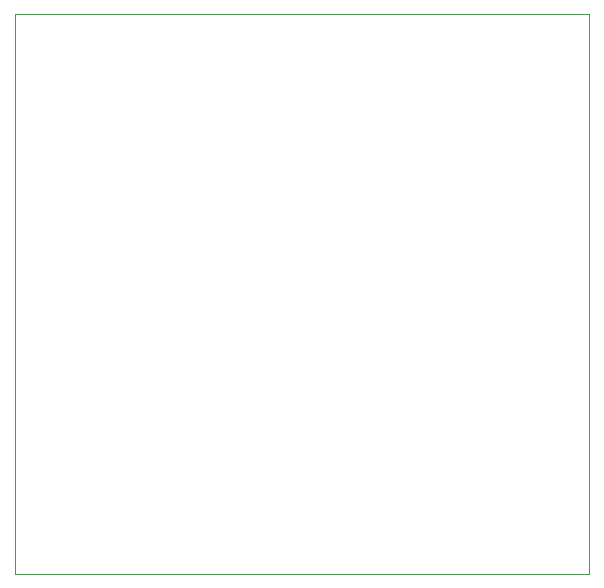
<source format=gbr>
%TF.GenerationSoftware,KiCad,Pcbnew,(5.1.10)-1*%
%TF.CreationDate,2021-07-24T11:50:19+02:00*%
%TF.ProjectId,pcb-esp32-power,7063622d-6573-4703-9332-2d706f776572,rev?*%
%TF.SameCoordinates,Original*%
%TF.FileFunction,Profile,NP*%
%FSLAX46Y46*%
G04 Gerber Fmt 4.6, Leading zero omitted, Abs format (unit mm)*
G04 Created by KiCad (PCBNEW (5.1.10)-1) date 2021-07-24 11:50:19*
%MOMM*%
%LPD*%
G01*
G04 APERTURE LIST*
%TA.AperFunction,Profile*%
%ADD10C,0.050000*%
%TD*%
G04 APERTURE END LIST*
D10*
X126365000Y-134000000D02*
X126365000Y-86614000D01*
X175000000Y-86614000D02*
X126365000Y-86614000D01*
X175000000Y-86614000D02*
X175000000Y-134000000D01*
X126365000Y-134000000D02*
X175000000Y-134000000D01*
M02*

</source>
